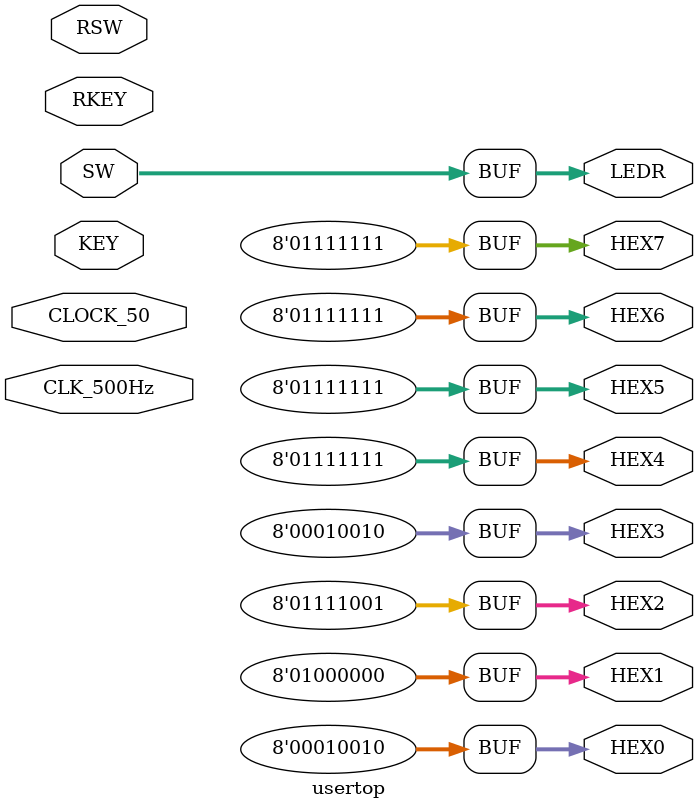
<source format=v>
module usertop (
	input CLOCK_50,
	input CLK_500Hz,
	input[3:0] RKEY,
	input[3:0] KEY,
	input[17:0] RSW,
	input[17:0] SW,
	output[17:0] LEDR,
	output[7:0] HEX0,HEX1,HEX2,HEX3,HEX4,HEX5,HEX6,HEX7
	);

assign LEDR = SW;
assign HEX7 = 7'b1111111;
assign HEX6 = 7'b1111111;
assign HEX5 = 7'b1111111;
assign HEX4 = 7'b1111111;
assign HEX3 = 7'b0010010;
assign HEX2 = 7'b1111001;
assign HEX1 = 7'b1000000;
assign HEX0 = 7'b0010010;

endmodule

</source>
